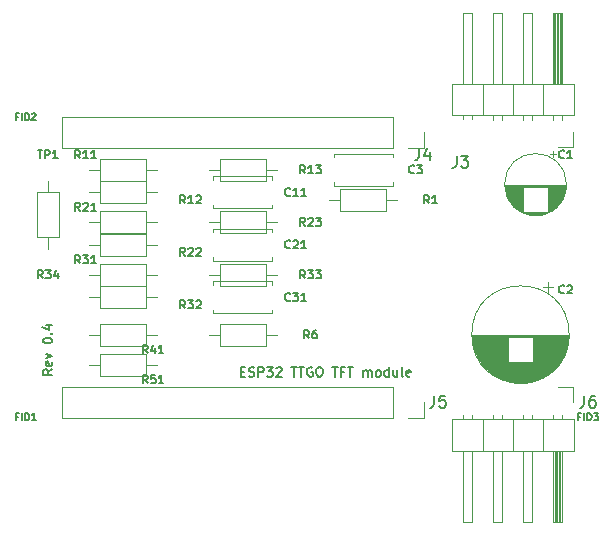
<source format=gto>
G04 #@! TF.GenerationSoftware,KiCad,Pcbnew,(5.1.6-0-10_14)*
G04 #@! TF.CreationDate,2021-03-21T15:45:56+00:00*
G04 #@! TF.ProjectId,JuntetOnSteroidsTTGO,4a756e74-6574-44f6-9e53-7465726f6964,0.3*
G04 #@! TF.SameCoordinates,PX5faea10PY5734380*
G04 #@! TF.FileFunction,Legend,Top*
G04 #@! TF.FilePolarity,Positive*
%FSLAX46Y46*%
G04 Gerber Fmt 4.6, Leading zero omitted, Abs format (unit mm)*
G04 Created by KiCad (PCBNEW (5.1.6-0-10_14)) date 2021-03-21 15:45:56*
%MOMM*%
%LPD*%
G01*
G04 APERTURE LIST*
%ADD10C,0.150000*%
%ADD11C,0.120000*%
G04 APERTURE END LIST*
D10*
X22029047Y5772143D02*
X22295714Y5772143D01*
X22410000Y5353096D02*
X22029047Y5353096D01*
X22029047Y6153096D01*
X22410000Y6153096D01*
X22714761Y5391191D02*
X22829047Y5353096D01*
X23019523Y5353096D01*
X23095714Y5391191D01*
X23133809Y5429286D01*
X23171904Y5505477D01*
X23171904Y5581667D01*
X23133809Y5657858D01*
X23095714Y5695953D01*
X23019523Y5734048D01*
X22867142Y5772143D01*
X22790952Y5810239D01*
X22752857Y5848334D01*
X22714761Y5924524D01*
X22714761Y6000715D01*
X22752857Y6076905D01*
X22790952Y6115000D01*
X22867142Y6153096D01*
X23057619Y6153096D01*
X23171904Y6115000D01*
X23514761Y5353096D02*
X23514761Y6153096D01*
X23819523Y6153096D01*
X23895714Y6115000D01*
X23933809Y6076905D01*
X23971904Y6000715D01*
X23971904Y5886429D01*
X23933809Y5810239D01*
X23895714Y5772143D01*
X23819523Y5734048D01*
X23514761Y5734048D01*
X24238571Y6153096D02*
X24733809Y6153096D01*
X24467142Y5848334D01*
X24581428Y5848334D01*
X24657619Y5810239D01*
X24695714Y5772143D01*
X24733809Y5695953D01*
X24733809Y5505477D01*
X24695714Y5429286D01*
X24657619Y5391191D01*
X24581428Y5353096D01*
X24352857Y5353096D01*
X24276666Y5391191D01*
X24238571Y5429286D01*
X25038571Y6076905D02*
X25076666Y6115000D01*
X25152857Y6153096D01*
X25343333Y6153096D01*
X25419523Y6115000D01*
X25457619Y6076905D01*
X25495714Y6000715D01*
X25495714Y5924524D01*
X25457619Y5810239D01*
X25000476Y5353096D01*
X25495714Y5353096D01*
X26333809Y6153096D02*
X26790952Y6153096D01*
X26562380Y5353096D02*
X26562380Y6153096D01*
X26943333Y6153096D02*
X27400476Y6153096D01*
X27171904Y5353096D02*
X27171904Y6153096D01*
X28086190Y6115000D02*
X28010000Y6153096D01*
X27895714Y6153096D01*
X27781428Y6115000D01*
X27705238Y6038810D01*
X27667142Y5962620D01*
X27629047Y5810239D01*
X27629047Y5695953D01*
X27667142Y5543572D01*
X27705238Y5467381D01*
X27781428Y5391191D01*
X27895714Y5353096D01*
X27971904Y5353096D01*
X28086190Y5391191D01*
X28124285Y5429286D01*
X28124285Y5695953D01*
X27971904Y5695953D01*
X28619523Y6153096D02*
X28771904Y6153096D01*
X28848095Y6115000D01*
X28924285Y6038810D01*
X28962380Y5886429D01*
X28962380Y5619762D01*
X28924285Y5467381D01*
X28848095Y5391191D01*
X28771904Y5353096D01*
X28619523Y5353096D01*
X28543333Y5391191D01*
X28467142Y5467381D01*
X28429047Y5619762D01*
X28429047Y5886429D01*
X28467142Y6038810D01*
X28543333Y6115000D01*
X28619523Y6153096D01*
X29800476Y6153096D02*
X30257619Y6153096D01*
X30029047Y5353096D02*
X30029047Y6153096D01*
X30790952Y5772143D02*
X30524285Y5772143D01*
X30524285Y5353096D02*
X30524285Y6153096D01*
X30905238Y6153096D01*
X31095714Y6153096D02*
X31552857Y6153096D01*
X31324285Y5353096D02*
X31324285Y6153096D01*
X32429047Y5353096D02*
X32429047Y5886429D01*
X32429047Y5810239D02*
X32467142Y5848334D01*
X32543333Y5886429D01*
X32657619Y5886429D01*
X32733809Y5848334D01*
X32771904Y5772143D01*
X32771904Y5353096D01*
X32771904Y5772143D02*
X32810000Y5848334D01*
X32886190Y5886429D01*
X33000476Y5886429D01*
X33076666Y5848334D01*
X33114761Y5772143D01*
X33114761Y5353096D01*
X33610000Y5353096D02*
X33533809Y5391191D01*
X33495714Y5429286D01*
X33457619Y5505477D01*
X33457619Y5734048D01*
X33495714Y5810239D01*
X33533809Y5848334D01*
X33610000Y5886429D01*
X33724285Y5886429D01*
X33800476Y5848334D01*
X33838571Y5810239D01*
X33876666Y5734048D01*
X33876666Y5505477D01*
X33838571Y5429286D01*
X33800476Y5391191D01*
X33724285Y5353096D01*
X33610000Y5353096D01*
X34562380Y5353096D02*
X34562380Y6153096D01*
X34562380Y5391191D02*
X34486190Y5353096D01*
X34333809Y5353096D01*
X34257619Y5391191D01*
X34219523Y5429286D01*
X34181428Y5505477D01*
X34181428Y5734048D01*
X34219523Y5810239D01*
X34257619Y5848334D01*
X34333809Y5886429D01*
X34486190Y5886429D01*
X34562380Y5848334D01*
X35286190Y5886429D02*
X35286190Y5353096D01*
X34943333Y5886429D02*
X34943333Y5467381D01*
X34981428Y5391191D01*
X35057619Y5353096D01*
X35171904Y5353096D01*
X35248095Y5391191D01*
X35286190Y5429286D01*
X35781428Y5353096D02*
X35705238Y5391191D01*
X35667142Y5467381D01*
X35667142Y6153096D01*
X36390952Y5391191D02*
X36314761Y5353096D01*
X36162380Y5353096D01*
X36086190Y5391191D01*
X36048095Y5467381D01*
X36048095Y5772143D01*
X36086190Y5848334D01*
X36162380Y5886429D01*
X36314761Y5886429D01*
X36390952Y5848334D01*
X36429047Y5772143D01*
X36429047Y5695953D01*
X36048095Y5619762D01*
X6076904Y5962858D02*
X5695952Y5696191D01*
X6076904Y5505715D02*
X5276904Y5505715D01*
X5276904Y5810477D01*
X5315000Y5886667D01*
X5353095Y5924762D01*
X5429285Y5962858D01*
X5543571Y5962858D01*
X5619761Y5924762D01*
X5657857Y5886667D01*
X5695952Y5810477D01*
X5695952Y5505715D01*
X6038809Y6610477D02*
X6076904Y6534286D01*
X6076904Y6381905D01*
X6038809Y6305715D01*
X5962619Y6267620D01*
X5657857Y6267620D01*
X5581666Y6305715D01*
X5543571Y6381905D01*
X5543571Y6534286D01*
X5581666Y6610477D01*
X5657857Y6648572D01*
X5734047Y6648572D01*
X5810238Y6267620D01*
X5543571Y6915239D02*
X6076904Y7105715D01*
X5543571Y7296191D01*
X5276904Y8362858D02*
X5276904Y8439048D01*
X5315000Y8515239D01*
X5353095Y8553334D01*
X5429285Y8591429D01*
X5581666Y8629524D01*
X5772142Y8629524D01*
X5924523Y8591429D01*
X6000714Y8553334D01*
X6038809Y8515239D01*
X6076904Y8439048D01*
X6076904Y8362858D01*
X6038809Y8286667D01*
X6000714Y8248572D01*
X5924523Y8210477D01*
X5772142Y8172381D01*
X5581666Y8172381D01*
X5429285Y8210477D01*
X5353095Y8248572D01*
X5315000Y8286667D01*
X5276904Y8362858D01*
X6000714Y8972381D02*
X6038809Y9010477D01*
X6076904Y8972381D01*
X6038809Y8934286D01*
X6000714Y8972381D01*
X6076904Y8972381D01*
X5543571Y9696191D02*
X6076904Y9696191D01*
X5238809Y9505715D02*
X5810238Y9315239D01*
X5810238Y9810477D01*
D11*
G04 #@! TO.C,J3*
X39945000Y27475000D02*
X50225000Y27475000D01*
X50225000Y27475000D02*
X50225000Y30135000D01*
X50225000Y30135000D02*
X39945000Y30135000D01*
X39945000Y30135000D02*
X39945000Y27475000D01*
X40895000Y30135000D02*
X40895000Y36135000D01*
X40895000Y36135000D02*
X41655000Y36135000D01*
X41655000Y36135000D02*
X41655000Y30135000D01*
X48565000Y30135000D02*
X48565000Y36135000D01*
X48685000Y30135000D02*
X48685000Y36135000D01*
X48805000Y30135000D02*
X48805000Y36135000D01*
X48925000Y30135000D02*
X48925000Y36135000D01*
X49045000Y30135000D02*
X49045000Y36135000D01*
X49165000Y30135000D02*
X49165000Y36135000D01*
X40895000Y27145000D02*
X40895000Y27475000D01*
X41655000Y27145000D02*
X41655000Y27475000D01*
X42545000Y27475000D02*
X42545000Y30135000D01*
X43435000Y30135000D02*
X43435000Y36135000D01*
X43435000Y36135000D02*
X44195000Y36135000D01*
X44195000Y36135000D02*
X44195000Y30135000D01*
X43435000Y27077929D02*
X43435000Y27475000D01*
X44195000Y27077929D02*
X44195000Y27475000D01*
X45085000Y27475000D02*
X45085000Y30135000D01*
X45975000Y30135000D02*
X45975000Y36135000D01*
X45975000Y36135000D02*
X46735000Y36135000D01*
X46735000Y36135000D02*
X46735000Y30135000D01*
X45975000Y27077929D02*
X45975000Y27475000D01*
X46735000Y27077929D02*
X46735000Y27475000D01*
X47625000Y27475000D02*
X47625000Y30135000D01*
X48515000Y30135000D02*
X48515000Y36135000D01*
X48515000Y36135000D02*
X49275000Y36135000D01*
X49275000Y36135000D02*
X49275000Y30135000D01*
X48515000Y27077929D02*
X48515000Y27475000D01*
X49275000Y27077929D02*
X49275000Y27475000D01*
X50165000Y24765000D02*
X48895000Y24765000D01*
X50165000Y24775000D02*
X50165000Y26045000D01*
G04 #@! TO.C,J6*
X50225000Y1735000D02*
X39945000Y1735000D01*
X39945000Y1735000D02*
X39945000Y-925000D01*
X39945000Y-925000D02*
X50225000Y-925000D01*
X50225000Y-925000D02*
X50225000Y1735000D01*
X49275000Y-925000D02*
X49275000Y-6925000D01*
X49275000Y-6925000D02*
X48515000Y-6925000D01*
X48515000Y-6925000D02*
X48515000Y-925000D01*
X49215000Y-925000D02*
X49215000Y-6925000D01*
X49095000Y-925000D02*
X49095000Y-6925000D01*
X48975000Y-925000D02*
X48975000Y-6925000D01*
X48855000Y-925000D02*
X48855000Y-6925000D01*
X48735000Y-925000D02*
X48735000Y-6925000D01*
X48615000Y-925000D02*
X48615000Y-6925000D01*
X49275000Y2065000D02*
X49275000Y1735000D01*
X48515000Y2065000D02*
X48515000Y1735000D01*
X47625000Y1735000D02*
X47625000Y-925000D01*
X46735000Y-925000D02*
X46735000Y-6925000D01*
X46735000Y-6925000D02*
X45975000Y-6925000D01*
X45975000Y-6925000D02*
X45975000Y-925000D01*
X46735000Y2132071D02*
X46735000Y1735000D01*
X45975000Y2132071D02*
X45975000Y1735000D01*
X45085000Y1735000D02*
X45085000Y-925000D01*
X44195000Y-925000D02*
X44195000Y-6925000D01*
X44195000Y-6925000D02*
X43435000Y-6925000D01*
X43435000Y-6925000D02*
X43435000Y-925000D01*
X44195000Y2132071D02*
X44195000Y1735000D01*
X43435000Y2132071D02*
X43435000Y1735000D01*
X42545000Y1735000D02*
X42545000Y-925000D01*
X41655000Y-925000D02*
X41655000Y-6925000D01*
X41655000Y-6925000D02*
X40895000Y-6925000D01*
X40895000Y-6925000D02*
X40895000Y-925000D01*
X41655000Y2132071D02*
X41655000Y1735000D01*
X40895000Y2132071D02*
X40895000Y1735000D01*
X48895000Y4445000D02*
X50165000Y4445000D01*
X50165000Y4445000D02*
X50165000Y3175000D01*
G04 #@! TO.C,R6*
X20305000Y9810000D02*
X20305000Y7970000D01*
X20305000Y7970000D02*
X24145000Y7970000D01*
X24145000Y7970000D02*
X24145000Y9810000D01*
X24145000Y9810000D02*
X20305000Y9810000D01*
X19355000Y8890000D02*
X20305000Y8890000D01*
X25095000Y8890000D02*
X24145000Y8890000D01*
G04 #@! TO.C,C31*
X19715000Y13435000D02*
X24655000Y13435000D01*
X19715000Y10695000D02*
X24655000Y10695000D01*
X19715000Y13435000D02*
X19715000Y13120000D01*
X19715000Y11010000D02*
X19715000Y10695000D01*
X24655000Y13435000D02*
X24655000Y13120000D01*
X24655000Y11010000D02*
X24655000Y10695000D01*
G04 #@! TO.C,C21*
X19715000Y17880000D02*
X24655000Y17880000D01*
X19715000Y15140000D02*
X24655000Y15140000D01*
X19715000Y17880000D02*
X19715000Y17565000D01*
X19715000Y15455000D02*
X19715000Y15140000D01*
X24655000Y17880000D02*
X24655000Y17565000D01*
X24655000Y15455000D02*
X24655000Y15140000D01*
G04 #@! TO.C,C11*
X19715000Y22325000D02*
X24655000Y22325000D01*
X19715000Y19585000D02*
X24655000Y19585000D01*
X19715000Y22325000D02*
X19715000Y22010000D01*
X19715000Y19900000D02*
X19715000Y19585000D01*
X24655000Y22325000D02*
X24655000Y22010000D01*
X24655000Y19900000D02*
X24655000Y19585000D01*
G04 #@! TO.C,C3*
X34895000Y21490000D02*
X29955000Y21490000D01*
X34895000Y24230000D02*
X29955000Y24230000D01*
X34895000Y21490000D02*
X34895000Y21805000D01*
X34895000Y23915000D02*
X34895000Y24230000D01*
X29955000Y21490000D02*
X29955000Y21805000D01*
X29955000Y23915000D02*
X29955000Y24230000D01*
G04 #@! TO.C,R51*
X10145000Y7270000D02*
X10145000Y5430000D01*
X10145000Y5430000D02*
X13985000Y5430000D01*
X13985000Y5430000D02*
X13985000Y7270000D01*
X13985000Y7270000D02*
X10145000Y7270000D01*
X9195000Y6350000D02*
X10145000Y6350000D01*
X14935000Y6350000D02*
X13985000Y6350000D01*
G04 #@! TO.C,R41*
X10145000Y9810000D02*
X10145000Y7970000D01*
X10145000Y7970000D02*
X13985000Y7970000D01*
X13985000Y7970000D02*
X13985000Y9810000D01*
X13985000Y9810000D02*
X10145000Y9810000D01*
X9195000Y8890000D02*
X10145000Y8890000D01*
X14935000Y8890000D02*
X13985000Y8890000D01*
G04 #@! TO.C,R33*
X24145000Y13050000D02*
X24145000Y14890000D01*
X24145000Y14890000D02*
X20305000Y14890000D01*
X20305000Y14890000D02*
X20305000Y13050000D01*
X20305000Y13050000D02*
X24145000Y13050000D01*
X25095000Y13970000D02*
X24145000Y13970000D01*
X19355000Y13970000D02*
X20305000Y13970000D01*
G04 #@! TO.C,R32*
X13985000Y11145000D02*
X13985000Y12985000D01*
X13985000Y12985000D02*
X10145000Y12985000D01*
X10145000Y12985000D02*
X10145000Y11145000D01*
X10145000Y11145000D02*
X13985000Y11145000D01*
X14935000Y12065000D02*
X13985000Y12065000D01*
X9195000Y12065000D02*
X10145000Y12065000D01*
G04 #@! TO.C,R31*
X13985000Y13050000D02*
X13985000Y14890000D01*
X13985000Y14890000D02*
X10145000Y14890000D01*
X10145000Y14890000D02*
X10145000Y13050000D01*
X10145000Y13050000D02*
X13985000Y13050000D01*
X14935000Y13970000D02*
X13985000Y13970000D01*
X9195000Y13970000D02*
X10145000Y13970000D01*
G04 #@! TO.C,R23*
X24145000Y17495000D02*
X24145000Y19335000D01*
X24145000Y19335000D02*
X20305000Y19335000D01*
X20305000Y19335000D02*
X20305000Y17495000D01*
X20305000Y17495000D02*
X24145000Y17495000D01*
X25095000Y18415000D02*
X24145000Y18415000D01*
X19355000Y18415000D02*
X20305000Y18415000D01*
G04 #@! TO.C,R22*
X13985000Y15590000D02*
X13985000Y17430000D01*
X13985000Y17430000D02*
X10145000Y17430000D01*
X10145000Y17430000D02*
X10145000Y15590000D01*
X10145000Y15590000D02*
X13985000Y15590000D01*
X14935000Y16510000D02*
X13985000Y16510000D01*
X9195000Y16510000D02*
X10145000Y16510000D01*
G04 #@! TO.C,R21*
X13985000Y17495000D02*
X13985000Y19335000D01*
X13985000Y19335000D02*
X10145000Y19335000D01*
X10145000Y19335000D02*
X10145000Y17495000D01*
X10145000Y17495000D02*
X13985000Y17495000D01*
X14935000Y18415000D02*
X13985000Y18415000D01*
X9195000Y18415000D02*
X10145000Y18415000D01*
G04 #@! TO.C,R13*
X24145000Y21940000D02*
X24145000Y23780000D01*
X24145000Y23780000D02*
X20305000Y23780000D01*
X20305000Y23780000D02*
X20305000Y21940000D01*
X20305000Y21940000D02*
X24145000Y21940000D01*
X25095000Y22860000D02*
X24145000Y22860000D01*
X19355000Y22860000D02*
X20305000Y22860000D01*
G04 #@! TO.C,R12*
X13985000Y20035000D02*
X13985000Y21875000D01*
X13985000Y21875000D02*
X10145000Y21875000D01*
X10145000Y21875000D02*
X10145000Y20035000D01*
X10145000Y20035000D02*
X13985000Y20035000D01*
X14935000Y20955000D02*
X13985000Y20955000D01*
X9195000Y20955000D02*
X10145000Y20955000D01*
G04 #@! TO.C,R11*
X13985000Y21940000D02*
X13985000Y23780000D01*
X13985000Y23780000D02*
X10145000Y23780000D01*
X10145000Y23780000D02*
X10145000Y21940000D01*
X10145000Y21940000D02*
X13985000Y21940000D01*
X14935000Y22860000D02*
X13985000Y22860000D01*
X9195000Y22860000D02*
X10145000Y22860000D01*
G04 #@! TO.C,R34*
X6635000Y20970000D02*
X4795000Y20970000D01*
X4795000Y20970000D02*
X4795000Y17130000D01*
X4795000Y17130000D02*
X6635000Y17130000D01*
X6635000Y17130000D02*
X6635000Y20970000D01*
X5715000Y21920000D02*
X5715000Y20970000D01*
X5715000Y16180000D02*
X5715000Y17130000D01*
G04 #@! TO.C,R1*
X34305000Y19400000D02*
X34305000Y21240000D01*
X34305000Y21240000D02*
X30465000Y21240000D01*
X30465000Y21240000D02*
X30465000Y19400000D01*
X30465000Y19400000D02*
X34305000Y19400000D01*
X35255000Y20320000D02*
X34305000Y20320000D01*
X29515000Y20320000D02*
X30465000Y20320000D01*
G04 #@! TO.C,J5*
X34925000Y4505000D02*
X34925000Y1845000D01*
X34925000Y4505000D02*
X6925000Y4505000D01*
X6925000Y4505000D02*
X6925000Y1845000D01*
X34925000Y1845000D02*
X6925000Y1845000D01*
X37525000Y1845000D02*
X36195000Y1845000D01*
X37525000Y3175000D02*
X37525000Y1845000D01*
G04 #@! TO.C,J4*
X34925000Y27365000D02*
X34925000Y24705000D01*
X34925000Y27365000D02*
X6925000Y27365000D01*
X6925000Y27365000D02*
X6925000Y24705000D01*
X34925000Y24705000D02*
X6925000Y24705000D01*
X37525000Y24705000D02*
X36195000Y24705000D01*
X37525000Y26035000D02*
X37525000Y24705000D01*
G04 #@! TO.C,C2*
X49840000Y8910000D02*
G75*
G03*
X49840000Y8910000I-4120000J0D01*
G01*
X49800000Y8910000D02*
X41640000Y8910000D01*
X49800000Y8870000D02*
X41640000Y8870000D01*
X49800000Y8830000D02*
X41640000Y8830000D01*
X49799000Y8790000D02*
X41641000Y8790000D01*
X49797000Y8750000D02*
X41643000Y8750000D01*
X49796000Y8710000D02*
X41644000Y8710000D01*
X49794000Y8670000D02*
X46760000Y8670000D01*
X44680000Y8670000D02*
X41646000Y8670000D01*
X49791000Y8630000D02*
X46760000Y8630000D01*
X44680000Y8630000D02*
X41649000Y8630000D01*
X49788000Y8590000D02*
X46760000Y8590000D01*
X44680000Y8590000D02*
X41652000Y8590000D01*
X49785000Y8550000D02*
X46760000Y8550000D01*
X44680000Y8550000D02*
X41655000Y8550000D01*
X49781000Y8510000D02*
X46760000Y8510000D01*
X44680000Y8510000D02*
X41659000Y8510000D01*
X49777000Y8470000D02*
X46760000Y8470000D01*
X44680000Y8470000D02*
X41663000Y8470000D01*
X49772000Y8430000D02*
X46760000Y8430000D01*
X44680000Y8430000D02*
X41668000Y8430000D01*
X49768000Y8390000D02*
X46760000Y8390000D01*
X44680000Y8390000D02*
X41672000Y8390000D01*
X49762000Y8350000D02*
X46760000Y8350000D01*
X44680000Y8350000D02*
X41678000Y8350000D01*
X49757000Y8310000D02*
X46760000Y8310000D01*
X44680000Y8310000D02*
X41683000Y8310000D01*
X49750000Y8270000D02*
X46760000Y8270000D01*
X44680000Y8270000D02*
X41690000Y8270000D01*
X49744000Y8230000D02*
X46760000Y8230000D01*
X44680000Y8230000D02*
X41696000Y8230000D01*
X49737000Y8189000D02*
X46760000Y8189000D01*
X44680000Y8189000D02*
X41703000Y8189000D01*
X49730000Y8149000D02*
X46760000Y8149000D01*
X44680000Y8149000D02*
X41710000Y8149000D01*
X49722000Y8109000D02*
X46760000Y8109000D01*
X44680000Y8109000D02*
X41718000Y8109000D01*
X49714000Y8069000D02*
X46760000Y8069000D01*
X44680000Y8069000D02*
X41726000Y8069000D01*
X49705000Y8029000D02*
X46760000Y8029000D01*
X44680000Y8029000D02*
X41735000Y8029000D01*
X49696000Y7989000D02*
X46760000Y7989000D01*
X44680000Y7989000D02*
X41744000Y7989000D01*
X49687000Y7949000D02*
X46760000Y7949000D01*
X44680000Y7949000D02*
X41753000Y7949000D01*
X49677000Y7909000D02*
X46760000Y7909000D01*
X44680000Y7909000D02*
X41763000Y7909000D01*
X49667000Y7869000D02*
X46760000Y7869000D01*
X44680000Y7869000D02*
X41773000Y7869000D01*
X49656000Y7829000D02*
X46760000Y7829000D01*
X44680000Y7829000D02*
X41784000Y7829000D01*
X49645000Y7789000D02*
X46760000Y7789000D01*
X44680000Y7789000D02*
X41795000Y7789000D01*
X49634000Y7749000D02*
X46760000Y7749000D01*
X44680000Y7749000D02*
X41806000Y7749000D01*
X49622000Y7709000D02*
X46760000Y7709000D01*
X44680000Y7709000D02*
X41818000Y7709000D01*
X49609000Y7669000D02*
X46760000Y7669000D01*
X44680000Y7669000D02*
X41831000Y7669000D01*
X49597000Y7629000D02*
X46760000Y7629000D01*
X44680000Y7629000D02*
X41843000Y7629000D01*
X49583000Y7589000D02*
X46760000Y7589000D01*
X44680000Y7589000D02*
X41857000Y7589000D01*
X49570000Y7549000D02*
X46760000Y7549000D01*
X44680000Y7549000D02*
X41870000Y7549000D01*
X49555000Y7509000D02*
X46760000Y7509000D01*
X44680000Y7509000D02*
X41885000Y7509000D01*
X49541000Y7469000D02*
X46760000Y7469000D01*
X44680000Y7469000D02*
X41899000Y7469000D01*
X49525000Y7429000D02*
X46760000Y7429000D01*
X44680000Y7429000D02*
X41915000Y7429000D01*
X49510000Y7389000D02*
X46760000Y7389000D01*
X44680000Y7389000D02*
X41930000Y7389000D01*
X49494000Y7349000D02*
X46760000Y7349000D01*
X44680000Y7349000D02*
X41946000Y7349000D01*
X49477000Y7309000D02*
X46760000Y7309000D01*
X44680000Y7309000D02*
X41963000Y7309000D01*
X49460000Y7269000D02*
X46760000Y7269000D01*
X44680000Y7269000D02*
X41980000Y7269000D01*
X49442000Y7229000D02*
X46760000Y7229000D01*
X44680000Y7229000D02*
X41998000Y7229000D01*
X49424000Y7189000D02*
X46760000Y7189000D01*
X44680000Y7189000D02*
X42016000Y7189000D01*
X49406000Y7149000D02*
X46760000Y7149000D01*
X44680000Y7149000D02*
X42034000Y7149000D01*
X49386000Y7109000D02*
X46760000Y7109000D01*
X44680000Y7109000D02*
X42054000Y7109000D01*
X49367000Y7069000D02*
X46760000Y7069000D01*
X44680000Y7069000D02*
X42073000Y7069000D01*
X49347000Y7029000D02*
X46760000Y7029000D01*
X44680000Y7029000D02*
X42093000Y7029000D01*
X49326000Y6989000D02*
X46760000Y6989000D01*
X44680000Y6989000D02*
X42114000Y6989000D01*
X49304000Y6949000D02*
X46760000Y6949000D01*
X44680000Y6949000D02*
X42136000Y6949000D01*
X49282000Y6909000D02*
X46760000Y6909000D01*
X44680000Y6909000D02*
X42158000Y6909000D01*
X49260000Y6869000D02*
X46760000Y6869000D01*
X44680000Y6869000D02*
X42180000Y6869000D01*
X49237000Y6829000D02*
X46760000Y6829000D01*
X44680000Y6829000D02*
X42203000Y6829000D01*
X49213000Y6789000D02*
X46760000Y6789000D01*
X44680000Y6789000D02*
X42227000Y6789000D01*
X49189000Y6749000D02*
X46760000Y6749000D01*
X44680000Y6749000D02*
X42251000Y6749000D01*
X49164000Y6709000D02*
X46760000Y6709000D01*
X44680000Y6709000D02*
X42276000Y6709000D01*
X49138000Y6669000D02*
X46760000Y6669000D01*
X44680000Y6669000D02*
X42302000Y6669000D01*
X49112000Y6629000D02*
X46760000Y6629000D01*
X44680000Y6629000D02*
X42328000Y6629000D01*
X49085000Y6589000D02*
X42355000Y6589000D01*
X49058000Y6549000D02*
X42382000Y6549000D01*
X49029000Y6509000D02*
X42411000Y6509000D01*
X49000000Y6469000D02*
X42440000Y6469000D01*
X48970000Y6429000D02*
X42470000Y6429000D01*
X48940000Y6389000D02*
X42500000Y6389000D01*
X48909000Y6349000D02*
X42531000Y6349000D01*
X48876000Y6309000D02*
X42564000Y6309000D01*
X48844000Y6269000D02*
X42596000Y6269000D01*
X48810000Y6229000D02*
X42630000Y6229000D01*
X48775000Y6189000D02*
X42665000Y6189000D01*
X48739000Y6149000D02*
X42701000Y6149000D01*
X48703000Y6109000D02*
X42737000Y6109000D01*
X48665000Y6069000D02*
X42775000Y6069000D01*
X48627000Y6029000D02*
X42813000Y6029000D01*
X48587000Y5989000D02*
X42853000Y5989000D01*
X48546000Y5949000D02*
X42894000Y5949000D01*
X48504000Y5909000D02*
X42936000Y5909000D01*
X48461000Y5869000D02*
X42979000Y5869000D01*
X48417000Y5829000D02*
X43023000Y5829000D01*
X48371000Y5789000D02*
X43069000Y5789000D01*
X48324000Y5749000D02*
X43116000Y5749000D01*
X48276000Y5709000D02*
X43164000Y5709000D01*
X48225000Y5669000D02*
X43215000Y5669000D01*
X48174000Y5629000D02*
X43266000Y5629000D01*
X48120000Y5589000D02*
X43320000Y5589000D01*
X48065000Y5549000D02*
X43375000Y5549000D01*
X48007000Y5509000D02*
X43433000Y5509000D01*
X47948000Y5469000D02*
X43492000Y5469000D01*
X47886000Y5429000D02*
X43554000Y5429000D01*
X47822000Y5389000D02*
X43618000Y5389000D01*
X47754000Y5349000D02*
X43686000Y5349000D01*
X47684000Y5309000D02*
X43756000Y5309000D01*
X47610000Y5269000D02*
X43830000Y5269000D01*
X47533000Y5229000D02*
X43907000Y5229000D01*
X47451000Y5189000D02*
X43989000Y5189000D01*
X47365000Y5149000D02*
X44075000Y5149000D01*
X47272000Y5109000D02*
X44168000Y5109000D01*
X47173000Y5069000D02*
X44267000Y5069000D01*
X47066000Y5029000D02*
X44374000Y5029000D01*
X46949000Y4989000D02*
X44491000Y4989000D01*
X46818000Y4949000D02*
X44622000Y4949000D01*
X46668000Y4909000D02*
X44772000Y4909000D01*
X46488000Y4869000D02*
X44952000Y4869000D01*
X46253000Y4829000D02*
X45187000Y4829000D01*
X48035000Y13319698D02*
X48035000Y12519698D01*
X48435000Y12919698D02*
X47635000Y12919698D01*
G04 #@! TO.C,C1*
X49610000Y21610000D02*
G75*
G03*
X49610000Y21610000I-2620000J0D01*
G01*
X49570000Y21610000D02*
X44410000Y21610000D01*
X49570000Y21570000D02*
X44410000Y21570000D01*
X49569000Y21530000D02*
X44411000Y21530000D01*
X49568000Y21490000D02*
X44412000Y21490000D01*
X49566000Y21450000D02*
X44414000Y21450000D01*
X49563000Y21410000D02*
X44417000Y21410000D01*
X49559000Y21370000D02*
X48030000Y21370000D01*
X45950000Y21370000D02*
X44421000Y21370000D01*
X49555000Y21330000D02*
X48030000Y21330000D01*
X45950000Y21330000D02*
X44425000Y21330000D01*
X49551000Y21290000D02*
X48030000Y21290000D01*
X45950000Y21290000D02*
X44429000Y21290000D01*
X49546000Y21250000D02*
X48030000Y21250000D01*
X45950000Y21250000D02*
X44434000Y21250000D01*
X49540000Y21210000D02*
X48030000Y21210000D01*
X45950000Y21210000D02*
X44440000Y21210000D01*
X49533000Y21170000D02*
X48030000Y21170000D01*
X45950000Y21170000D02*
X44447000Y21170000D01*
X49526000Y21130000D02*
X48030000Y21130000D01*
X45950000Y21130000D02*
X44454000Y21130000D01*
X49518000Y21090000D02*
X48030000Y21090000D01*
X45950000Y21090000D02*
X44462000Y21090000D01*
X49510000Y21050000D02*
X48030000Y21050000D01*
X45950000Y21050000D02*
X44470000Y21050000D01*
X49501000Y21010000D02*
X48030000Y21010000D01*
X45950000Y21010000D02*
X44479000Y21010000D01*
X49491000Y20970000D02*
X48030000Y20970000D01*
X45950000Y20970000D02*
X44489000Y20970000D01*
X49481000Y20930000D02*
X48030000Y20930000D01*
X45950000Y20930000D02*
X44499000Y20930000D01*
X49470000Y20889000D02*
X48030000Y20889000D01*
X45950000Y20889000D02*
X44510000Y20889000D01*
X49458000Y20849000D02*
X48030000Y20849000D01*
X45950000Y20849000D02*
X44522000Y20849000D01*
X49445000Y20809000D02*
X48030000Y20809000D01*
X45950000Y20809000D02*
X44535000Y20809000D01*
X49432000Y20769000D02*
X48030000Y20769000D01*
X45950000Y20769000D02*
X44548000Y20769000D01*
X49418000Y20729000D02*
X48030000Y20729000D01*
X45950000Y20729000D02*
X44562000Y20729000D01*
X49404000Y20689000D02*
X48030000Y20689000D01*
X45950000Y20689000D02*
X44576000Y20689000D01*
X49388000Y20649000D02*
X48030000Y20649000D01*
X45950000Y20649000D02*
X44592000Y20649000D01*
X49372000Y20609000D02*
X48030000Y20609000D01*
X45950000Y20609000D02*
X44608000Y20609000D01*
X49355000Y20569000D02*
X48030000Y20569000D01*
X45950000Y20569000D02*
X44625000Y20569000D01*
X49338000Y20529000D02*
X48030000Y20529000D01*
X45950000Y20529000D02*
X44642000Y20529000D01*
X49319000Y20489000D02*
X48030000Y20489000D01*
X45950000Y20489000D02*
X44661000Y20489000D01*
X49300000Y20449000D02*
X48030000Y20449000D01*
X45950000Y20449000D02*
X44680000Y20449000D01*
X49280000Y20409000D02*
X48030000Y20409000D01*
X45950000Y20409000D02*
X44700000Y20409000D01*
X49258000Y20369000D02*
X48030000Y20369000D01*
X45950000Y20369000D02*
X44722000Y20369000D01*
X49237000Y20329000D02*
X48030000Y20329000D01*
X45950000Y20329000D02*
X44743000Y20329000D01*
X49214000Y20289000D02*
X48030000Y20289000D01*
X45950000Y20289000D02*
X44766000Y20289000D01*
X49190000Y20249000D02*
X48030000Y20249000D01*
X45950000Y20249000D02*
X44790000Y20249000D01*
X49165000Y20209000D02*
X48030000Y20209000D01*
X45950000Y20209000D02*
X44815000Y20209000D01*
X49139000Y20169000D02*
X48030000Y20169000D01*
X45950000Y20169000D02*
X44841000Y20169000D01*
X49112000Y20129000D02*
X48030000Y20129000D01*
X45950000Y20129000D02*
X44868000Y20129000D01*
X49085000Y20089000D02*
X48030000Y20089000D01*
X45950000Y20089000D02*
X44895000Y20089000D01*
X49055000Y20049000D02*
X48030000Y20049000D01*
X45950000Y20049000D02*
X44925000Y20049000D01*
X49025000Y20009000D02*
X48030000Y20009000D01*
X45950000Y20009000D02*
X44955000Y20009000D01*
X48994000Y19969000D02*
X48030000Y19969000D01*
X45950000Y19969000D02*
X44986000Y19969000D01*
X48961000Y19929000D02*
X48030000Y19929000D01*
X45950000Y19929000D02*
X45019000Y19929000D01*
X48927000Y19889000D02*
X48030000Y19889000D01*
X45950000Y19889000D02*
X45053000Y19889000D01*
X48891000Y19849000D02*
X48030000Y19849000D01*
X45950000Y19849000D02*
X45089000Y19849000D01*
X48854000Y19809000D02*
X48030000Y19809000D01*
X45950000Y19809000D02*
X45126000Y19809000D01*
X48816000Y19769000D02*
X48030000Y19769000D01*
X45950000Y19769000D02*
X45164000Y19769000D01*
X48775000Y19729000D02*
X48030000Y19729000D01*
X45950000Y19729000D02*
X45205000Y19729000D01*
X48733000Y19689000D02*
X48030000Y19689000D01*
X45950000Y19689000D02*
X45247000Y19689000D01*
X48689000Y19649000D02*
X48030000Y19649000D01*
X45950000Y19649000D02*
X45291000Y19649000D01*
X48643000Y19609000D02*
X48030000Y19609000D01*
X45950000Y19609000D02*
X45337000Y19609000D01*
X48595000Y19569000D02*
X48030000Y19569000D01*
X45950000Y19569000D02*
X45385000Y19569000D01*
X48544000Y19529000D02*
X48030000Y19529000D01*
X45950000Y19529000D02*
X45436000Y19529000D01*
X48490000Y19489000D02*
X48030000Y19489000D01*
X45950000Y19489000D02*
X45490000Y19489000D01*
X48433000Y19449000D02*
X48030000Y19449000D01*
X45950000Y19449000D02*
X45547000Y19449000D01*
X48373000Y19409000D02*
X48030000Y19409000D01*
X45950000Y19409000D02*
X45607000Y19409000D01*
X48309000Y19369000D02*
X48030000Y19369000D01*
X45950000Y19369000D02*
X45671000Y19369000D01*
X48241000Y19329000D02*
X48030000Y19329000D01*
X45950000Y19329000D02*
X45739000Y19329000D01*
X48168000Y19289000D02*
X45812000Y19289000D01*
X48088000Y19249000D02*
X45892000Y19249000D01*
X48001000Y19209000D02*
X45979000Y19209000D01*
X47905000Y19169000D02*
X46075000Y19169000D01*
X47795000Y19129000D02*
X46185000Y19129000D01*
X47667000Y19089000D02*
X46313000Y19089000D01*
X47508000Y19049000D02*
X46472000Y19049000D01*
X47274000Y19009000D02*
X46706000Y19009000D01*
X48465000Y24414775D02*
X48465000Y23914775D01*
X48715000Y24164775D02*
X48215000Y24164775D01*
G04 #@! TO.C,TP1*
D10*
X4831666Y24513334D02*
X5231666Y24513334D01*
X5031666Y23813334D02*
X5031666Y24513334D01*
X5465000Y23813334D02*
X5465000Y24513334D01*
X5731666Y24513334D01*
X5798333Y24480000D01*
X5831666Y24446667D01*
X5865000Y24380000D01*
X5865000Y24280000D01*
X5831666Y24213334D01*
X5798333Y24180000D01*
X5731666Y24146667D01*
X5465000Y24146667D01*
X6531666Y23813334D02*
X6131666Y23813334D01*
X6331666Y23813334D02*
X6331666Y24513334D01*
X6265000Y24413334D01*
X6198333Y24346667D01*
X6131666Y24313334D01*
G04 #@! TO.C,J3*
X40306666Y24042620D02*
X40306666Y23328334D01*
X40259047Y23185477D01*
X40163809Y23090239D01*
X40020952Y23042620D01*
X39925714Y23042620D01*
X40687619Y24042620D02*
X41306666Y24042620D01*
X40973333Y23661667D01*
X41116190Y23661667D01*
X41211428Y23614048D01*
X41259047Y23566429D01*
X41306666Y23471191D01*
X41306666Y23233096D01*
X41259047Y23137858D01*
X41211428Y23090239D01*
X41116190Y23042620D01*
X40830476Y23042620D01*
X40735238Y23090239D01*
X40687619Y23137858D01*
G04 #@! TO.C,J6*
X51101666Y3722620D02*
X51101666Y3008334D01*
X51054047Y2865477D01*
X50958809Y2770239D01*
X50815952Y2722620D01*
X50720714Y2722620D01*
X52006428Y3722620D02*
X51815952Y3722620D01*
X51720714Y3675000D01*
X51673095Y3627381D01*
X51577857Y3484524D01*
X51530238Y3294048D01*
X51530238Y2913096D01*
X51577857Y2817858D01*
X51625476Y2770239D01*
X51720714Y2722620D01*
X51911190Y2722620D01*
X52006428Y2770239D01*
X52054047Y2817858D01*
X52101666Y2913096D01*
X52101666Y3151191D01*
X52054047Y3246429D01*
X52006428Y3294048D01*
X51911190Y3341667D01*
X51720714Y3341667D01*
X51625476Y3294048D01*
X51577857Y3246429D01*
X51530238Y3151191D01*
G04 #@! TO.C,R6*
X27823333Y8573334D02*
X27590000Y8906667D01*
X27423333Y8573334D02*
X27423333Y9273334D01*
X27690000Y9273334D01*
X27756666Y9240000D01*
X27790000Y9206667D01*
X27823333Y9140000D01*
X27823333Y9040000D01*
X27790000Y8973334D01*
X27756666Y8940000D01*
X27690000Y8906667D01*
X27423333Y8906667D01*
X28423333Y9273334D02*
X28290000Y9273334D01*
X28223333Y9240000D01*
X28190000Y9206667D01*
X28123333Y9106667D01*
X28090000Y8973334D01*
X28090000Y8706667D01*
X28123333Y8640000D01*
X28156666Y8606667D01*
X28223333Y8573334D01*
X28356666Y8573334D01*
X28423333Y8606667D01*
X28456666Y8640000D01*
X28490000Y8706667D01*
X28490000Y8873334D01*
X28456666Y8940000D01*
X28423333Y8973334D01*
X28356666Y9006667D01*
X28223333Y9006667D01*
X28156666Y8973334D01*
X28123333Y8940000D01*
X28090000Y8873334D01*
G04 #@! TO.C,FID3*
X50792142Y1947858D02*
X50592142Y1947858D01*
X50592142Y1633572D02*
X50592142Y2233572D01*
X50877857Y2233572D01*
X51106428Y1633572D02*
X51106428Y2233572D01*
X51392142Y1633572D02*
X51392142Y2233572D01*
X51535000Y2233572D01*
X51620714Y2205000D01*
X51677857Y2147858D01*
X51706428Y2090715D01*
X51735000Y1976429D01*
X51735000Y1890715D01*
X51706428Y1776429D01*
X51677857Y1719286D01*
X51620714Y1662143D01*
X51535000Y1633572D01*
X51392142Y1633572D01*
X51935000Y2233572D02*
X52306428Y2233572D01*
X52106428Y2005000D01*
X52192142Y2005000D01*
X52249285Y1976429D01*
X52277857Y1947858D01*
X52306428Y1890715D01*
X52306428Y1747858D01*
X52277857Y1690715D01*
X52249285Y1662143D01*
X52192142Y1633572D01*
X52020714Y1633572D01*
X51963571Y1662143D01*
X51935000Y1690715D01*
G04 #@! TO.C,FID2*
X3167142Y27347858D02*
X2967142Y27347858D01*
X2967142Y27033572D02*
X2967142Y27633572D01*
X3252857Y27633572D01*
X3481428Y27033572D02*
X3481428Y27633572D01*
X3767142Y27033572D02*
X3767142Y27633572D01*
X3910000Y27633572D01*
X3995714Y27605000D01*
X4052857Y27547858D01*
X4081428Y27490715D01*
X4110000Y27376429D01*
X4110000Y27290715D01*
X4081428Y27176429D01*
X4052857Y27119286D01*
X3995714Y27062143D01*
X3910000Y27033572D01*
X3767142Y27033572D01*
X4338571Y27576429D02*
X4367142Y27605000D01*
X4424285Y27633572D01*
X4567142Y27633572D01*
X4624285Y27605000D01*
X4652857Y27576429D01*
X4681428Y27519286D01*
X4681428Y27462143D01*
X4652857Y27376429D01*
X4310000Y27033572D01*
X4681428Y27033572D01*
G04 #@! TO.C,FID1*
X3167142Y1947858D02*
X2967142Y1947858D01*
X2967142Y1633572D02*
X2967142Y2233572D01*
X3252857Y2233572D01*
X3481428Y1633572D02*
X3481428Y2233572D01*
X3767142Y1633572D02*
X3767142Y2233572D01*
X3910000Y2233572D01*
X3995714Y2205000D01*
X4052857Y2147858D01*
X4081428Y2090715D01*
X4110000Y1976429D01*
X4110000Y1890715D01*
X4081428Y1776429D01*
X4052857Y1719286D01*
X3995714Y1662143D01*
X3910000Y1633572D01*
X3767142Y1633572D01*
X4681428Y1633572D02*
X4338571Y1633572D01*
X4510000Y1633572D02*
X4510000Y2233572D01*
X4452857Y2147858D01*
X4395714Y2090715D01*
X4338571Y2062143D01*
G04 #@! TO.C,C31*
X26220000Y11815000D02*
X26186666Y11781667D01*
X26086666Y11748334D01*
X26020000Y11748334D01*
X25920000Y11781667D01*
X25853333Y11848334D01*
X25820000Y11915000D01*
X25786666Y12048334D01*
X25786666Y12148334D01*
X25820000Y12281667D01*
X25853333Y12348334D01*
X25920000Y12415000D01*
X26020000Y12448334D01*
X26086666Y12448334D01*
X26186666Y12415000D01*
X26220000Y12381667D01*
X26453333Y12448334D02*
X26886666Y12448334D01*
X26653333Y12181667D01*
X26753333Y12181667D01*
X26820000Y12148334D01*
X26853333Y12115000D01*
X26886666Y12048334D01*
X26886666Y11881667D01*
X26853333Y11815000D01*
X26820000Y11781667D01*
X26753333Y11748334D01*
X26553333Y11748334D01*
X26486666Y11781667D01*
X26453333Y11815000D01*
X27553333Y11748334D02*
X27153333Y11748334D01*
X27353333Y11748334D02*
X27353333Y12448334D01*
X27286666Y12348334D01*
X27220000Y12281667D01*
X27153333Y12248334D01*
G04 #@! TO.C,C21*
X26220000Y16260000D02*
X26186666Y16226667D01*
X26086666Y16193334D01*
X26020000Y16193334D01*
X25920000Y16226667D01*
X25853333Y16293334D01*
X25820000Y16360000D01*
X25786666Y16493334D01*
X25786666Y16593334D01*
X25820000Y16726667D01*
X25853333Y16793334D01*
X25920000Y16860000D01*
X26020000Y16893334D01*
X26086666Y16893334D01*
X26186666Y16860000D01*
X26220000Y16826667D01*
X26486666Y16826667D02*
X26520000Y16860000D01*
X26586666Y16893334D01*
X26753333Y16893334D01*
X26820000Y16860000D01*
X26853333Y16826667D01*
X26886666Y16760000D01*
X26886666Y16693334D01*
X26853333Y16593334D01*
X26453333Y16193334D01*
X26886666Y16193334D01*
X27553333Y16193334D02*
X27153333Y16193334D01*
X27353333Y16193334D02*
X27353333Y16893334D01*
X27286666Y16793334D01*
X27220000Y16726667D01*
X27153333Y16693334D01*
G04 #@! TO.C,C11*
X26220000Y20705000D02*
X26186666Y20671667D01*
X26086666Y20638334D01*
X26020000Y20638334D01*
X25920000Y20671667D01*
X25853333Y20738334D01*
X25820000Y20805000D01*
X25786666Y20938334D01*
X25786666Y21038334D01*
X25820000Y21171667D01*
X25853333Y21238334D01*
X25920000Y21305000D01*
X26020000Y21338334D01*
X26086666Y21338334D01*
X26186666Y21305000D01*
X26220000Y21271667D01*
X26886666Y20638334D02*
X26486666Y20638334D01*
X26686666Y20638334D02*
X26686666Y21338334D01*
X26620000Y21238334D01*
X26553333Y21171667D01*
X26486666Y21138334D01*
X27553333Y20638334D02*
X27153333Y20638334D01*
X27353333Y20638334D02*
X27353333Y21338334D01*
X27286666Y21238334D01*
X27220000Y21171667D01*
X27153333Y21138334D01*
G04 #@! TO.C,C3*
X36713333Y22610000D02*
X36680000Y22576667D01*
X36580000Y22543334D01*
X36513333Y22543334D01*
X36413333Y22576667D01*
X36346666Y22643334D01*
X36313333Y22710000D01*
X36280000Y22843334D01*
X36280000Y22943334D01*
X36313333Y23076667D01*
X36346666Y23143334D01*
X36413333Y23210000D01*
X36513333Y23243334D01*
X36580000Y23243334D01*
X36680000Y23210000D01*
X36713333Y23176667D01*
X36946666Y23243334D02*
X37380000Y23243334D01*
X37146666Y22976667D01*
X37246666Y22976667D01*
X37313333Y22943334D01*
X37346666Y22910000D01*
X37380000Y22843334D01*
X37380000Y22676667D01*
X37346666Y22610000D01*
X37313333Y22576667D01*
X37246666Y22543334D01*
X37046666Y22543334D01*
X36980000Y22576667D01*
X36946666Y22610000D01*
G04 #@! TO.C,R51*
X14155000Y4763334D02*
X13921666Y5096667D01*
X13755000Y4763334D02*
X13755000Y5463334D01*
X14021666Y5463334D01*
X14088333Y5430000D01*
X14121666Y5396667D01*
X14155000Y5330000D01*
X14155000Y5230000D01*
X14121666Y5163334D01*
X14088333Y5130000D01*
X14021666Y5096667D01*
X13755000Y5096667D01*
X14788333Y5463334D02*
X14455000Y5463334D01*
X14421666Y5130000D01*
X14455000Y5163334D01*
X14521666Y5196667D01*
X14688333Y5196667D01*
X14755000Y5163334D01*
X14788333Y5130000D01*
X14821666Y5063334D01*
X14821666Y4896667D01*
X14788333Y4830000D01*
X14755000Y4796667D01*
X14688333Y4763334D01*
X14521666Y4763334D01*
X14455000Y4796667D01*
X14421666Y4830000D01*
X15488333Y4763334D02*
X15088333Y4763334D01*
X15288333Y4763334D02*
X15288333Y5463334D01*
X15221666Y5363334D01*
X15155000Y5296667D01*
X15088333Y5263334D01*
G04 #@! TO.C,R41*
X14155000Y7303334D02*
X13921666Y7636667D01*
X13755000Y7303334D02*
X13755000Y8003334D01*
X14021666Y8003334D01*
X14088333Y7970000D01*
X14121666Y7936667D01*
X14155000Y7870000D01*
X14155000Y7770000D01*
X14121666Y7703334D01*
X14088333Y7670000D01*
X14021666Y7636667D01*
X13755000Y7636667D01*
X14755000Y7770000D02*
X14755000Y7303334D01*
X14588333Y8036667D02*
X14421666Y7536667D01*
X14855000Y7536667D01*
X15488333Y7303334D02*
X15088333Y7303334D01*
X15288333Y7303334D02*
X15288333Y8003334D01*
X15221666Y7903334D01*
X15155000Y7836667D01*
X15088333Y7803334D01*
G04 #@! TO.C,R33*
X27490000Y13653334D02*
X27256666Y13986667D01*
X27090000Y13653334D02*
X27090000Y14353334D01*
X27356666Y14353334D01*
X27423333Y14320000D01*
X27456666Y14286667D01*
X27490000Y14220000D01*
X27490000Y14120000D01*
X27456666Y14053334D01*
X27423333Y14020000D01*
X27356666Y13986667D01*
X27090000Y13986667D01*
X27723333Y14353334D02*
X28156666Y14353334D01*
X27923333Y14086667D01*
X28023333Y14086667D01*
X28090000Y14053334D01*
X28123333Y14020000D01*
X28156666Y13953334D01*
X28156666Y13786667D01*
X28123333Y13720000D01*
X28090000Y13686667D01*
X28023333Y13653334D01*
X27823333Y13653334D01*
X27756666Y13686667D01*
X27723333Y13720000D01*
X28390000Y14353334D02*
X28823333Y14353334D01*
X28590000Y14086667D01*
X28690000Y14086667D01*
X28756666Y14053334D01*
X28790000Y14020000D01*
X28823333Y13953334D01*
X28823333Y13786667D01*
X28790000Y13720000D01*
X28756666Y13686667D01*
X28690000Y13653334D01*
X28490000Y13653334D01*
X28423333Y13686667D01*
X28390000Y13720000D01*
G04 #@! TO.C,R32*
X17330000Y11113334D02*
X17096666Y11446667D01*
X16930000Y11113334D02*
X16930000Y11813334D01*
X17196666Y11813334D01*
X17263333Y11780000D01*
X17296666Y11746667D01*
X17330000Y11680000D01*
X17330000Y11580000D01*
X17296666Y11513334D01*
X17263333Y11480000D01*
X17196666Y11446667D01*
X16930000Y11446667D01*
X17563333Y11813334D02*
X17996666Y11813334D01*
X17763333Y11546667D01*
X17863333Y11546667D01*
X17930000Y11513334D01*
X17963333Y11480000D01*
X17996666Y11413334D01*
X17996666Y11246667D01*
X17963333Y11180000D01*
X17930000Y11146667D01*
X17863333Y11113334D01*
X17663333Y11113334D01*
X17596666Y11146667D01*
X17563333Y11180000D01*
X18263333Y11746667D02*
X18296666Y11780000D01*
X18363333Y11813334D01*
X18530000Y11813334D01*
X18596666Y11780000D01*
X18630000Y11746667D01*
X18663333Y11680000D01*
X18663333Y11613334D01*
X18630000Y11513334D01*
X18230000Y11113334D01*
X18663333Y11113334D01*
G04 #@! TO.C,R31*
X8440000Y14923334D02*
X8206666Y15256667D01*
X8040000Y14923334D02*
X8040000Y15623334D01*
X8306666Y15623334D01*
X8373333Y15590000D01*
X8406666Y15556667D01*
X8440000Y15490000D01*
X8440000Y15390000D01*
X8406666Y15323334D01*
X8373333Y15290000D01*
X8306666Y15256667D01*
X8040000Y15256667D01*
X8673333Y15623334D02*
X9106666Y15623334D01*
X8873333Y15356667D01*
X8973333Y15356667D01*
X9040000Y15323334D01*
X9073333Y15290000D01*
X9106666Y15223334D01*
X9106666Y15056667D01*
X9073333Y14990000D01*
X9040000Y14956667D01*
X8973333Y14923334D01*
X8773333Y14923334D01*
X8706666Y14956667D01*
X8673333Y14990000D01*
X9773333Y14923334D02*
X9373333Y14923334D01*
X9573333Y14923334D02*
X9573333Y15623334D01*
X9506666Y15523334D01*
X9440000Y15456667D01*
X9373333Y15423334D01*
G04 #@! TO.C,R23*
X27490000Y18098334D02*
X27256666Y18431667D01*
X27090000Y18098334D02*
X27090000Y18798334D01*
X27356666Y18798334D01*
X27423333Y18765000D01*
X27456666Y18731667D01*
X27490000Y18665000D01*
X27490000Y18565000D01*
X27456666Y18498334D01*
X27423333Y18465000D01*
X27356666Y18431667D01*
X27090000Y18431667D01*
X27756666Y18731667D02*
X27790000Y18765000D01*
X27856666Y18798334D01*
X28023333Y18798334D01*
X28090000Y18765000D01*
X28123333Y18731667D01*
X28156666Y18665000D01*
X28156666Y18598334D01*
X28123333Y18498334D01*
X27723333Y18098334D01*
X28156666Y18098334D01*
X28390000Y18798334D02*
X28823333Y18798334D01*
X28590000Y18531667D01*
X28690000Y18531667D01*
X28756666Y18498334D01*
X28790000Y18465000D01*
X28823333Y18398334D01*
X28823333Y18231667D01*
X28790000Y18165000D01*
X28756666Y18131667D01*
X28690000Y18098334D01*
X28490000Y18098334D01*
X28423333Y18131667D01*
X28390000Y18165000D01*
G04 #@! TO.C,R22*
X17330000Y15558334D02*
X17096666Y15891667D01*
X16930000Y15558334D02*
X16930000Y16258334D01*
X17196666Y16258334D01*
X17263333Y16225000D01*
X17296666Y16191667D01*
X17330000Y16125000D01*
X17330000Y16025000D01*
X17296666Y15958334D01*
X17263333Y15925000D01*
X17196666Y15891667D01*
X16930000Y15891667D01*
X17596666Y16191667D02*
X17630000Y16225000D01*
X17696666Y16258334D01*
X17863333Y16258334D01*
X17930000Y16225000D01*
X17963333Y16191667D01*
X17996666Y16125000D01*
X17996666Y16058334D01*
X17963333Y15958334D01*
X17563333Y15558334D01*
X17996666Y15558334D01*
X18263333Y16191667D02*
X18296666Y16225000D01*
X18363333Y16258334D01*
X18530000Y16258334D01*
X18596666Y16225000D01*
X18630000Y16191667D01*
X18663333Y16125000D01*
X18663333Y16058334D01*
X18630000Y15958334D01*
X18230000Y15558334D01*
X18663333Y15558334D01*
G04 #@! TO.C,R21*
X8440000Y19368334D02*
X8206666Y19701667D01*
X8040000Y19368334D02*
X8040000Y20068334D01*
X8306666Y20068334D01*
X8373333Y20035000D01*
X8406666Y20001667D01*
X8440000Y19935000D01*
X8440000Y19835000D01*
X8406666Y19768334D01*
X8373333Y19735000D01*
X8306666Y19701667D01*
X8040000Y19701667D01*
X8706666Y20001667D02*
X8740000Y20035000D01*
X8806666Y20068334D01*
X8973333Y20068334D01*
X9040000Y20035000D01*
X9073333Y20001667D01*
X9106666Y19935000D01*
X9106666Y19868334D01*
X9073333Y19768334D01*
X8673333Y19368334D01*
X9106666Y19368334D01*
X9773333Y19368334D02*
X9373333Y19368334D01*
X9573333Y19368334D02*
X9573333Y20068334D01*
X9506666Y19968334D01*
X9440000Y19901667D01*
X9373333Y19868334D01*
G04 #@! TO.C,R13*
X27490000Y22543334D02*
X27256666Y22876667D01*
X27090000Y22543334D02*
X27090000Y23243334D01*
X27356666Y23243334D01*
X27423333Y23210000D01*
X27456666Y23176667D01*
X27490000Y23110000D01*
X27490000Y23010000D01*
X27456666Y22943334D01*
X27423333Y22910000D01*
X27356666Y22876667D01*
X27090000Y22876667D01*
X28156666Y22543334D02*
X27756666Y22543334D01*
X27956666Y22543334D02*
X27956666Y23243334D01*
X27890000Y23143334D01*
X27823333Y23076667D01*
X27756666Y23043334D01*
X28390000Y23243334D02*
X28823333Y23243334D01*
X28590000Y22976667D01*
X28690000Y22976667D01*
X28756666Y22943334D01*
X28790000Y22910000D01*
X28823333Y22843334D01*
X28823333Y22676667D01*
X28790000Y22610000D01*
X28756666Y22576667D01*
X28690000Y22543334D01*
X28490000Y22543334D01*
X28423333Y22576667D01*
X28390000Y22610000D01*
G04 #@! TO.C,R12*
X17330000Y20003334D02*
X17096666Y20336667D01*
X16930000Y20003334D02*
X16930000Y20703334D01*
X17196666Y20703334D01*
X17263333Y20670000D01*
X17296666Y20636667D01*
X17330000Y20570000D01*
X17330000Y20470000D01*
X17296666Y20403334D01*
X17263333Y20370000D01*
X17196666Y20336667D01*
X16930000Y20336667D01*
X17996666Y20003334D02*
X17596666Y20003334D01*
X17796666Y20003334D02*
X17796666Y20703334D01*
X17730000Y20603334D01*
X17663333Y20536667D01*
X17596666Y20503334D01*
X18263333Y20636667D02*
X18296666Y20670000D01*
X18363333Y20703334D01*
X18530000Y20703334D01*
X18596666Y20670000D01*
X18630000Y20636667D01*
X18663333Y20570000D01*
X18663333Y20503334D01*
X18630000Y20403334D01*
X18230000Y20003334D01*
X18663333Y20003334D01*
G04 #@! TO.C,R11*
X8440000Y23813334D02*
X8206666Y24146667D01*
X8040000Y23813334D02*
X8040000Y24513334D01*
X8306666Y24513334D01*
X8373333Y24480000D01*
X8406666Y24446667D01*
X8440000Y24380000D01*
X8440000Y24280000D01*
X8406666Y24213334D01*
X8373333Y24180000D01*
X8306666Y24146667D01*
X8040000Y24146667D01*
X9106666Y23813334D02*
X8706666Y23813334D01*
X8906666Y23813334D02*
X8906666Y24513334D01*
X8840000Y24413334D01*
X8773333Y24346667D01*
X8706666Y24313334D01*
X9773333Y23813334D02*
X9373333Y23813334D01*
X9573333Y23813334D02*
X9573333Y24513334D01*
X9506666Y24413334D01*
X9440000Y24346667D01*
X9373333Y24313334D01*
G04 #@! TO.C,R34*
X5265000Y13653334D02*
X5031666Y13986667D01*
X4865000Y13653334D02*
X4865000Y14353334D01*
X5131666Y14353334D01*
X5198333Y14320000D01*
X5231666Y14286667D01*
X5265000Y14220000D01*
X5265000Y14120000D01*
X5231666Y14053334D01*
X5198333Y14020000D01*
X5131666Y13986667D01*
X4865000Y13986667D01*
X5498333Y14353334D02*
X5931666Y14353334D01*
X5698333Y14086667D01*
X5798333Y14086667D01*
X5865000Y14053334D01*
X5898333Y14020000D01*
X5931666Y13953334D01*
X5931666Y13786667D01*
X5898333Y13720000D01*
X5865000Y13686667D01*
X5798333Y13653334D01*
X5598333Y13653334D01*
X5531666Y13686667D01*
X5498333Y13720000D01*
X6531666Y14120000D02*
X6531666Y13653334D01*
X6365000Y14386667D02*
X6198333Y13886667D01*
X6631666Y13886667D01*
G04 #@! TO.C,R1*
X37983333Y20003334D02*
X37750000Y20336667D01*
X37583333Y20003334D02*
X37583333Y20703334D01*
X37850000Y20703334D01*
X37916666Y20670000D01*
X37950000Y20636667D01*
X37983333Y20570000D01*
X37983333Y20470000D01*
X37950000Y20403334D01*
X37916666Y20370000D01*
X37850000Y20336667D01*
X37583333Y20336667D01*
X38650000Y20003334D02*
X38250000Y20003334D01*
X38450000Y20003334D02*
X38450000Y20703334D01*
X38383333Y20603334D01*
X38316666Y20536667D01*
X38250000Y20503334D01*
G04 #@! TO.C,J5*
X38401666Y3722620D02*
X38401666Y3008334D01*
X38354047Y2865477D01*
X38258809Y2770239D01*
X38115952Y2722620D01*
X38020714Y2722620D01*
X39354047Y3722620D02*
X38877857Y3722620D01*
X38830238Y3246429D01*
X38877857Y3294048D01*
X38973095Y3341667D01*
X39211190Y3341667D01*
X39306428Y3294048D01*
X39354047Y3246429D01*
X39401666Y3151191D01*
X39401666Y2913096D01*
X39354047Y2817858D01*
X39306428Y2770239D01*
X39211190Y2722620D01*
X38973095Y2722620D01*
X38877857Y2770239D01*
X38830238Y2817858D01*
G04 #@! TO.C,J4*
X37131666Y24677620D02*
X37131666Y23963334D01*
X37084047Y23820477D01*
X36988809Y23725239D01*
X36845952Y23677620D01*
X36750714Y23677620D01*
X38036428Y24344286D02*
X38036428Y23677620D01*
X37798333Y24725239D02*
X37560238Y24010953D01*
X38179285Y24010953D01*
G04 #@! TO.C,C2*
X49413333Y12450000D02*
X49380000Y12416667D01*
X49280000Y12383334D01*
X49213333Y12383334D01*
X49113333Y12416667D01*
X49046666Y12483334D01*
X49013333Y12550000D01*
X48980000Y12683334D01*
X48980000Y12783334D01*
X49013333Y12916667D01*
X49046666Y12983334D01*
X49113333Y13050000D01*
X49213333Y13083334D01*
X49280000Y13083334D01*
X49380000Y13050000D01*
X49413333Y13016667D01*
X49680000Y13016667D02*
X49713333Y13050000D01*
X49780000Y13083334D01*
X49946666Y13083334D01*
X50013333Y13050000D01*
X50046666Y13016667D01*
X50080000Y12950000D01*
X50080000Y12883334D01*
X50046666Y12783334D01*
X49646666Y12383334D01*
X50080000Y12383334D01*
G04 #@! TO.C,C1*
X49413333Y23880000D02*
X49380000Y23846667D01*
X49280000Y23813334D01*
X49213333Y23813334D01*
X49113333Y23846667D01*
X49046666Y23913334D01*
X49013333Y23980000D01*
X48980000Y24113334D01*
X48980000Y24213334D01*
X49013333Y24346667D01*
X49046666Y24413334D01*
X49113333Y24480000D01*
X49213333Y24513334D01*
X49280000Y24513334D01*
X49380000Y24480000D01*
X49413333Y24446667D01*
X50080000Y23813334D02*
X49680000Y23813334D01*
X49880000Y23813334D02*
X49880000Y24513334D01*
X49813333Y24413334D01*
X49746666Y24346667D01*
X49680000Y24313334D01*
G04 #@! TD*
M02*

</source>
